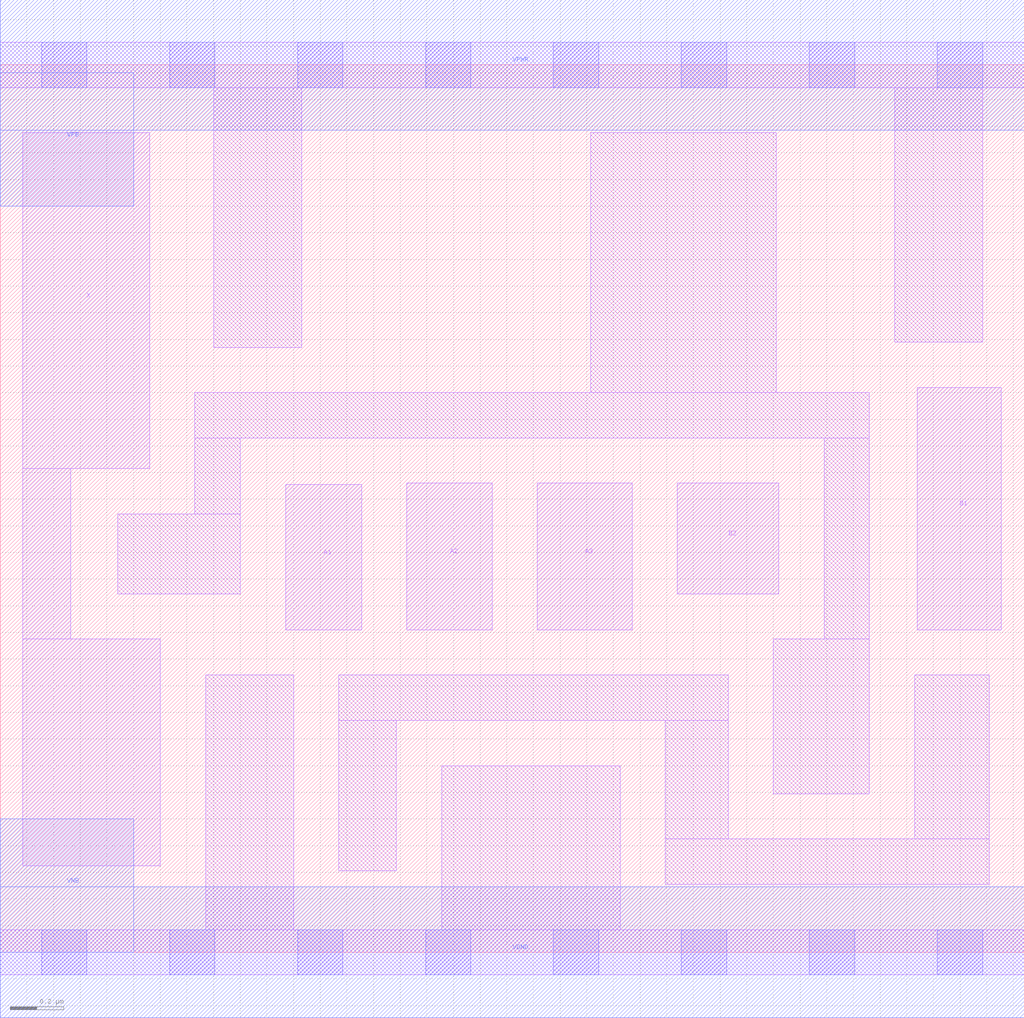
<source format=lef>
# Copyright 2020 The SkyWater PDK Authors
#
# Licensed under the Apache License, Version 2.0 (the "License");
# you may not use this file except in compliance with the License.
# You may obtain a copy of the License at
#
#     https://www.apache.org/licenses/LICENSE-2.0
#
# Unless required by applicable law or agreed to in writing, software
# distributed under the License is distributed on an "AS IS" BASIS,
# WITHOUT WARRANTIES OR CONDITIONS OF ANY KIND, either express or implied.
# See the License for the specific language governing permissions and
# limitations under the License.
#
# SPDX-License-Identifier: Apache-2.0

VERSION 5.5 ;
NAMESCASESENSITIVE ON ;
BUSBITCHARS "[]" ;
DIVIDERCHAR "/" ;
MACRO sky130_fd_sc_lp__o32a_1
  CLASS CORE ;
  SOURCE USER ;
  ORIGIN  0.000000  0.000000 ;
  SIZE  3.840000 BY  3.330000 ;
  SYMMETRY X Y R90 ;
  SITE unit ;
  PIN A1
    ANTENNAGATEAREA  0.315000 ;
    DIRECTION INPUT ;
    USE SIGNAL ;
    PORT
      LAYER li1 ;
        RECT 1.070000 1.210000 1.355000 1.755000 ;
    END
  END A1
  PIN A2
    ANTENNAGATEAREA  0.315000 ;
    DIRECTION INPUT ;
    USE SIGNAL ;
    PORT
      LAYER li1 ;
        RECT 1.525000 1.210000 1.845000 1.760000 ;
    END
  END A2
  PIN A3
    ANTENNAGATEAREA  0.315000 ;
    DIRECTION INPUT ;
    USE SIGNAL ;
    PORT
      LAYER li1 ;
        RECT 2.015000 1.210000 2.370000 1.760000 ;
    END
  END A3
  PIN B1
    ANTENNAGATEAREA  0.315000 ;
    DIRECTION INPUT ;
    USE SIGNAL ;
    PORT
      LAYER li1 ;
        RECT 3.440000 1.210000 3.755000 2.120000 ;
    END
  END B1
  PIN B2
    ANTENNAGATEAREA  0.315000 ;
    DIRECTION INPUT ;
    USE SIGNAL ;
    PORT
      LAYER li1 ;
        RECT 2.540000 1.345000 2.920000 1.760000 ;
    END
  END B2
  PIN X
    ANTENNADIFFAREA  0.598500 ;
    DIRECTION OUTPUT ;
    USE SIGNAL ;
    PORT
      LAYER li1 ;
        RECT 0.085000 0.325000 0.600000 1.175000 ;
        RECT 0.085000 1.175000 0.265000 1.815000 ;
        RECT 0.085000 1.815000 0.560000 3.075000 ;
    END
  END X
  PIN VGND
    DIRECTION INOUT ;
    USE GROUND ;
    PORT
      LAYER met1 ;
        RECT 0.000000 -0.245000 3.840000 0.245000 ;
    END
  END VGND
  PIN VNB
    DIRECTION INOUT ;
    USE GROUND ;
    PORT
      LAYER met1 ;
        RECT 0.000000 0.000000 0.500000 0.500000 ;
    END
  END VNB
  PIN VPB
    DIRECTION INOUT ;
    USE POWER ;
    PORT
      LAYER met1 ;
        RECT 0.000000 2.800000 0.500000 3.300000 ;
    END
  END VPB
  PIN VPWR
    DIRECTION INOUT ;
    USE POWER ;
    PORT
      LAYER met1 ;
        RECT 0.000000 3.085000 3.840000 3.575000 ;
    END
  END VPWR
  OBS
    LAYER li1 ;
      RECT 0.000000 -0.085000 3.840000 0.085000 ;
      RECT 0.000000  3.245000 3.840000 3.415000 ;
      RECT 0.440000  1.345000 0.900000 1.645000 ;
      RECT 0.730000  1.645000 0.900000 1.930000 ;
      RECT 0.730000  1.930000 3.260000 2.100000 ;
      RECT 0.770000  0.085000 1.100000 1.040000 ;
      RECT 0.800000  2.270000 1.130000 3.245000 ;
      RECT 1.270000  0.305000 1.485000 0.870000 ;
      RECT 1.270000  0.870000 2.730000 1.040000 ;
      RECT 1.655000  0.085000 2.325000 0.700000 ;
      RECT 2.215000  2.100000 2.910000 3.075000 ;
      RECT 2.495000  0.255000 3.710000 0.425000 ;
      RECT 2.495000  0.425000 2.730000 0.870000 ;
      RECT 2.900000  0.595000 3.260000 1.175000 ;
      RECT 3.090000  1.175000 3.260000 1.930000 ;
      RECT 3.355000  2.290000 3.685000 3.245000 ;
      RECT 3.430000  0.425000 3.710000 1.040000 ;
    LAYER mcon ;
      RECT 0.155000 -0.085000 0.325000 0.085000 ;
      RECT 0.155000  3.245000 0.325000 3.415000 ;
      RECT 0.635000 -0.085000 0.805000 0.085000 ;
      RECT 0.635000  3.245000 0.805000 3.415000 ;
      RECT 1.115000 -0.085000 1.285000 0.085000 ;
      RECT 1.115000  3.245000 1.285000 3.415000 ;
      RECT 1.595000 -0.085000 1.765000 0.085000 ;
      RECT 1.595000  3.245000 1.765000 3.415000 ;
      RECT 2.075000 -0.085000 2.245000 0.085000 ;
      RECT 2.075000  3.245000 2.245000 3.415000 ;
      RECT 2.555000 -0.085000 2.725000 0.085000 ;
      RECT 2.555000  3.245000 2.725000 3.415000 ;
      RECT 3.035000 -0.085000 3.205000 0.085000 ;
      RECT 3.035000  3.245000 3.205000 3.415000 ;
      RECT 3.515000 -0.085000 3.685000 0.085000 ;
      RECT 3.515000  3.245000 3.685000 3.415000 ;
  END
END sky130_fd_sc_lp__o32a_1
END LIBRARY

</source>
